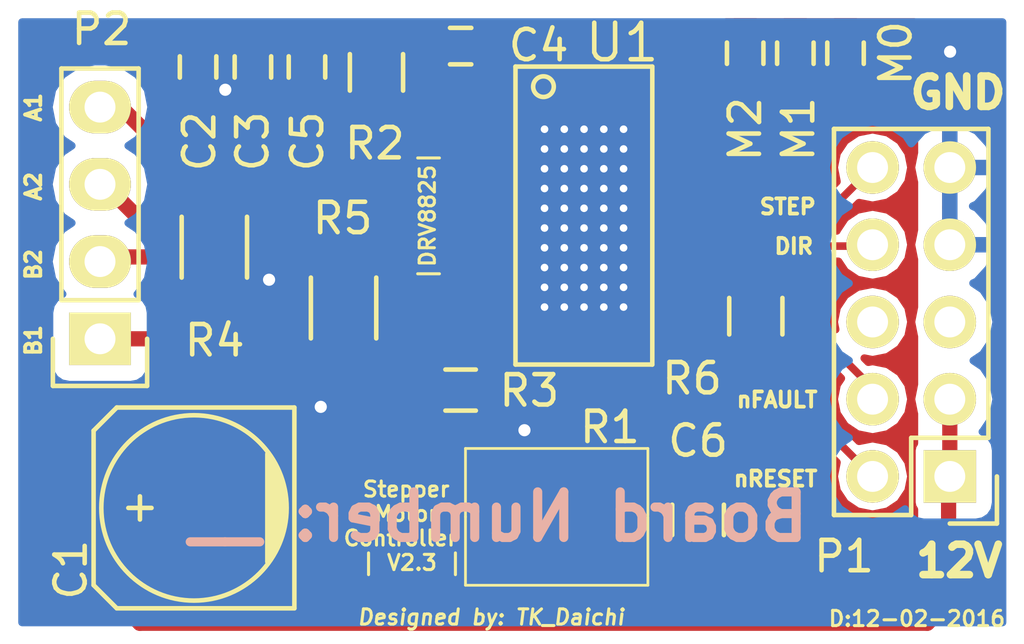
<source format=kicad_pcb>
(kicad_pcb (version 4) (host pcbnew 4.0.1-stable)

  (general
    (links 47)
    (no_connects 1)
    (area 102.285 105.7328 136.100001 127.246429)
    (thickness 1.6)
    (drawings 19)
    (tracks 219)
    (zones 0)
    (modules 18)
    (nets 27)
  )

  (page A4)
  (layers
    (0 F.Cu signal)
    (31 B.Cu signal)
    (32 B.Adhes user)
    (33 F.Adhes user)
    (34 B.Paste user)
    (35 F.Paste user)
    (36 B.SilkS user)
    (37 F.SilkS user)
    (38 B.Mask user)
    (39 F.Mask user)
    (40 Dwgs.User user)
    (41 Cmts.User user)
    (42 Eco1.User user)
    (43 Eco2.User user)
    (44 Edge.Cuts user)
    (45 Margin user)
    (46 B.CrtYd user)
    (47 F.CrtYd user)
    (48 B.Fab user)
    (49 F.Fab user hide)
  )

  (setup
    (last_trace_width 0.25)
    (trace_clearance 0.2)
    (zone_clearance 0.25)
    (zone_45_only no)
    (trace_min 0.1)
    (segment_width 0.2)
    (edge_width 0.15)
    (via_size 0.6)
    (via_drill 0.4)
    (via_min_size 0.4)
    (via_min_drill 0.3)
    (uvia_size 0.3)
    (uvia_drill 0.1)
    (uvias_allowed no)
    (uvia_min_size 0.2)
    (uvia_min_drill 0.1)
    (pcb_text_width 0.3)
    (pcb_text_size 1.5 1.5)
    (mod_edge_width 0.15)
    (mod_text_size 1 1)
    (mod_text_width 0.15)
    (pad_size 1.524 1.524)
    (pad_drill 0.762)
    (pad_to_mask_clearance 0.2)
    (aux_axis_origin 102.5 106)
    (grid_origin 124.16 113)
    (visible_elements 7FFFF77F)
    (pcbplotparams
      (layerselection 0x010ff_80000001)
      (usegerberextensions false)
      (gerberprecision 5)
      (excludeedgelayer true)
      (linewidth 0.100000)
      (plotframeref false)
      (viasonmask false)
      (mode 1)
      (useauxorigin true)
      (hpglpennumber 1)
      (hpglpenspeed 20)
      (hpglpendiameter 15)
      (hpglpenoverlay 2)
      (psnegative false)
      (psa4output false)
      (plotreference true)
      (plotvalue true)
      (plotinvisibletext false)
      (padsonsilk false)
      (subtractmaskfromsilk false)
      (outputformat 1)
      (mirror false)
      (drillshape 0)
      (scaleselection 1)
      (outputdirectory C:/Users/thall/Downloads/DRV8825/Manufacturing))
  )

  (net 0 "")
  (net 1 +12V)
  (net 2 GND)
  (net 3 "Net-(C4-Pad1)")
  (net 4 "Net-(C4-Pad2)")
  (net 5 "Net-(C5-Pad1)")
  (net 6 "Net-(JP1-Pad1)")
  (net 7 "Net-(JP2-Pad1)")
  (net 8 "Net-(JP3-Pad1)")
  (net 9 STEP)
  (net 10 DIR)
  (net 11 nRESET)
  (net 12 "Net-(P2-Pad1)")
  (net 13 "Net-(P2-Pad2)")
  (net 14 "Net-(P2-Pad3)")
  (net 15 "Net-(P2-Pad4)")
  (net 16 "Net-(R4-Pad1)")
  (net 17 "Net-(R5-Pad1)")
  (net 18 nFAULT)
  (net 19 "Net-(U1-Pad23)")
  (net 20 "Net-(U1-Pad19)")
  (net 21 +3V3)
  (net 22 "Net-(U1-Pad27)")
  (net 23 "Net-(U1-Pad21)")
  (net 24 "Net-(R1-Pad2)")
  (net 25 "Net-(P1-Pad5)")
  (net 26 "Net-(P1-Pad6)")

  (net_class Default "This is the default net class."
    (clearance 0.2)
    (trace_width 0.25)
    (via_dia 0.6)
    (via_drill 0.4)
    (uvia_dia 0.3)
    (uvia_drill 0.1)
    (add_net DIR)
    (add_net "Net-(C4-Pad1)")
    (add_net "Net-(C4-Pad2)")
    (add_net "Net-(C5-Pad1)")
    (add_net "Net-(JP1-Pad1)")
    (add_net "Net-(JP2-Pad1)")
    (add_net "Net-(JP3-Pad1)")
    (add_net "Net-(P1-Pad5)")
    (add_net "Net-(P1-Pad6)")
    (add_net "Net-(R1-Pad2)")
    (add_net "Net-(R4-Pad1)")
    (add_net "Net-(R5-Pad1)")
    (add_net "Net-(U1-Pad19)")
    (add_net "Net-(U1-Pad21)")
    (add_net "Net-(U1-Pad23)")
    (add_net "Net-(U1-Pad27)")
    (add_net STEP)
    (add_net nFAULT)
    (add_net nRESET)
  )

  (net_class "POWER RAIL" ""
    (clearance 0.2)
    (trace_width 0.5)
    (via_dia 0.6)
    (via_drill 0.4)
    (uvia_dia 0.3)
    (uvia_drill 0.1)
    (add_net +12V)
    (add_net +3V3)
    (add_net GND)
  )

  (net_class "STEPPER RAIL" ""
    (clearance 0.2)
    (trace_width 0.5)
    (via_dia 0.6)
    (via_drill 0.4)
    (uvia_dia 0.3)
    (uvia_drill 0.1)
    (add_net "Net-(P2-Pad1)")
    (add_net "Net-(P2-Pad2)")
    (add_net "Net-(P2-Pad3)")
    (add_net "Net-(P2-Pad4)")
  )

  (module DRV8825:DRV-8825_FOOTPRINT (layer F.Cu) (tedit 56BD43A9) (tstamp 567BB2D2)
    (at 121.615 112.51 270)
    (path /567BF93E)
    (solder_mask_margin 0.11)
    (fp_text reference U1 (at -5.21 -1.245 360) (layer F.SilkS)
      (effects (font (size 1.2 1.2) (thickness 0.15)))
    )
    (fp_text value DRV8825 (at -5.39 0.17 360) (layer F.Fab)
      (effects (font (size 1.2 1.2) (thickness 0.15)))
    )
    (fp_circle (center -3.76 1.34) (end -3.52 1.1) (layer F.SilkS) (width 0.15))
    (fp_line (start -4.42 -2.24) (end -4.42 2.26) (layer F.SilkS) (width 0.15))
    (fp_line (start -4.42 2.26) (end 5.38 2.26) (layer F.SilkS) (width 0.15))
    (fp_line (start 5.38 2.26) (end 5.38 -2.24) (layer F.SilkS) (width 0.15))
    (fp_line (start 5.38 -2.24) (end -4.42 -2.24) (layer F.SilkS) (width 0.15))
    (pad 28 smd rect (at -3.715 -3.29 270) (size 0.3 1.55) (layers F.Cu F.Paste F.Mask)
      (net 2 GND))
    (pad 1 smd rect (at -3.715 3.31 270) (size 0.3 1.55) (layers F.Cu F.Paste F.Mask)
      (net 4 "Net-(C4-Pad2)"))
    (pad 27 smd rect (at -3.065 -3.29 270) (size 0.3 1.55) (layers F.Cu F.Paste F.Mask)
      (net 22 "Net-(U1-Pad27)") (solder_paste_margin -10))
    (pad 2 smd rect (at -3.065 3.31 270) (size 0.3 1.55) (layers F.Cu F.Paste F.Mask)
      (net 3 "Net-(C4-Pad1)"))
    (pad 26 smd rect (at -2.415 -3.29 270) (size 0.3 1.55) (layers F.Cu F.Paste F.Mask)
      (net 6 "Net-(JP1-Pad1)"))
    (pad 3 smd rect (at -2.415 3.31 270) (size 0.3 1.55) (layers F.Cu F.Paste F.Mask)
      (net 5 "Net-(C5-Pad1)"))
    (pad 25 smd rect (at -1.765 -3.29 270) (size 0.3 1.55) (layers F.Cu F.Paste F.Mask)
      (net 7 "Net-(JP2-Pad1)"))
    (pad 4 smd rect (at -1.765 3.31 270) (size 0.3 1.55) (layers F.Cu F.Paste F.Mask)
      (net 1 +12V) (clearance 1))
    (pad 24 smd rect (at -1.115 -3.29 270) (size 0.3 1.55) (layers F.Cu F.Paste F.Mask)
      (net 8 "Net-(JP3-Pad1)"))
    (pad 5 smd rect (at -1.115 3.31 270) (size 0.3 1.55) (layers F.Cu F.Paste F.Mask)
      (net 15 "Net-(P2-Pad4)"))
    (pad 23 smd rect (at -0.465 -3.29 270) (size 0.3 1.55) (layers F.Cu F.Paste F.Mask)
      (net 19 "Net-(U1-Pad23)"))
    (pad 6 smd rect (at -0.465 3.31 270) (size 0.3 1.55) (layers F.Cu F.Paste F.Mask)
      (net 16 "Net-(R4-Pad1)"))
    (pad 22 smd rect (at 0.185 -3.29 270) (size 0.3 1.55) (layers F.Cu F.Paste F.Mask)
      (net 9 STEP))
    (pad 7 smd rect (at 0.185 3.31 270) (size 0.3 1.55) (layers F.Cu F.Paste F.Mask)
      (net 14 "Net-(P2-Pad3)"))
    (pad 21 smd rect (at 0.835 -3.29 270) (size 0.3 1.55) (layers F.Cu F.Paste F.Mask)
      (net 23 "Net-(U1-Pad21)"))
    (pad 8 smd rect (at 0.835 3.31 270) (size 0.3 1.55) (layers F.Cu F.Paste F.Mask)
      (net 13 "Net-(P2-Pad2)"))
    (pad 20 smd rect (at 1.485 -3.29 270) (size 0.3 1.55) (layers F.Cu F.Paste F.Mask)
      (net 10 DIR))
    (pad 9 smd rect (at 1.485 3.31 270) (size 0.3 1.55) (layers F.Cu F.Paste F.Mask)
      (net 17 "Net-(R5-Pad1)"))
    (pad 19 smd rect (at 2.135 -3.29 270) (size 0.3 1.55) (layers F.Cu F.Paste F.Mask)
      (net 20 "Net-(U1-Pad19)"))
    (pad 10 smd rect (at 2.135 3.31 270) (size 0.3 1.55) (layers F.Cu F.Paste F.Mask)
      (net 12 "Net-(P2-Pad1)"))
    (pad 18 smd rect (at 2.785 -3.29 270) (size 0.3 1.55) (layers F.Cu F.Paste F.Mask)
      (net 18 nFAULT))
    (pad 11 smd rect (at 2.785 3.31 270) (size 0.3 1.55) (layers F.Cu F.Paste F.Mask)
      (net 1 +12V))
    (pad 17 smd rect (at 3.435 -3.29 270) (size 0.3 1.55) (layers F.Cu F.Paste F.Mask)
      (net 11 nRESET))
    (pad 12 smd rect (at 3.435 3.31 270) (size 0.3 1.55) (layers F.Cu F.Paste F.Mask)
      (net 24 "Net-(R1-Pad2)"))
    (pad 16 smd rect (at 4.085 -3.29 270) (size 0.3 1.55) (layers F.Cu F.Paste F.Mask)
      (net 11 nRESET))
    (pad 13 smd rect (at 4.085 3.31 270) (size 0.3 1.55) (layers F.Cu F.Paste F.Mask)
      (net 24 "Net-(R1-Pad2)"))
    (pad 15 smd rect (at 4.735 -3.29 270) (size 0.3 1.55) (layers F.Cu F.Paste F.Mask)
      (net 21 +3V3))
    (pad 14 smd rect (at 4.735 3.31 270) (size 0.3 1.55) (layers F.Cu F.Paste F.Mask)
      (net 2 GND))
  )

  (module Pin_Headers:Pin_Header_Straight_2x05 (layer F.Cu) (tedit 56BD4379) (tstamp 56BB0957)
    (at 133.64 121.57 180)
    (descr "Through hole pin header")
    (tags "pin header")
    (path /56ADE9BF)
    (fp_text reference P1 (at 3.48 -2.63 180) (layer F.SilkS)
      (effects (font (size 1 1) (thickness 0.15)))
    )
    (fp_text value CONN_01X10 (at 6.43 5.72 270) (layer F.Fab)
      (effects (font (size 1 1) (thickness 0.15)))
    )
    (fp_line (start -1.75 -1.75) (end -1.75 11.95) (layer F.CrtYd) (width 0.05))
    (fp_line (start 4.3 -1.75) (end 4.3 11.95) (layer F.CrtYd) (width 0.05))
    (fp_line (start -1.75 -1.75) (end 4.3 -1.75) (layer F.CrtYd) (width 0.05))
    (fp_line (start -1.75 11.95) (end 4.3 11.95) (layer F.CrtYd) (width 0.05))
    (fp_line (start 3.81 -1.27) (end 3.81 11.43) (layer F.SilkS) (width 0.15))
    (fp_line (start 3.81 11.43) (end -1.27 11.43) (layer F.SilkS) (width 0.15))
    (fp_line (start -1.27 11.43) (end -1.27 1.27) (layer F.SilkS) (width 0.15))
    (fp_line (start 3.81 -1.27) (end 1.27 -1.27) (layer F.SilkS) (width 0.15))
    (fp_line (start 0 -1.55) (end -1.55 -1.55) (layer F.SilkS) (width 0.15))
    (fp_line (start 1.27 -1.27) (end 1.27 1.27) (layer F.SilkS) (width 0.15))
    (fp_line (start 1.27 1.27) (end -1.27 1.27) (layer F.SilkS) (width 0.15))
    (fp_line (start -1.55 -1.55) (end -1.55 0) (layer F.SilkS) (width 0.15))
    (pad 1 thru_hole rect (at 0 0 180) (size 1.7272 1.7272) (drill 1.016) (layers *.Cu *.Mask F.SilkS)
      (net 1 +12V))
    (pad 2 thru_hole oval (at 2.54 0 180) (size 1.7272 1.7272) (drill 1.016) (layers *.Cu *.Mask F.SilkS)
      (net 11 nRESET))
    (pad 3 thru_hole oval (at 0 2.54 180) (size 1.7272 1.7272) (drill 1.016) (layers *.Cu *.Mask F.SilkS)
      (net 1 +12V))
    (pad 4 thru_hole oval (at 2.54 2.54 180) (size 1.7272 1.7272) (drill 1.016) (layers *.Cu *.Mask F.SilkS)
      (net 18 nFAULT))
    (pad 5 thru_hole oval (at 0 5.08 180) (size 1.7272 1.7272) (drill 1.016) (layers *.Cu *.Mask F.SilkS)
      (net 25 "Net-(P1-Pad5)"))
    (pad 6 thru_hole oval (at 2.54 5.08 180) (size 1.7272 1.7272) (drill 1.016) (layers *.Cu *.Mask F.SilkS)
      (net 26 "Net-(P1-Pad6)"))
    (pad 7 thru_hole oval (at 0 7.62 180) (size 1.7272 1.7272) (drill 1.016) (layers *.Cu *.Mask F.SilkS)
      (net 2 GND))
    (pad 8 thru_hole oval (at 2.54 7.62 180) (size 1.7272 1.7272) (drill 1.016) (layers *.Cu *.Mask F.SilkS)
      (net 10 DIR))
    (pad 9 thru_hole oval (at 0 10.16 180) (size 1.7272 1.7272) (drill 1.016) (layers *.Cu *.Mask F.SilkS)
      (net 2 GND))
    (pad 10 thru_hole oval (at 2.54 10.16 180) (size 1.7272 1.7272) (drill 1.016) (layers *.Cu *.Mask F.SilkS)
      (net 9 STEP))
    (model Pin_Headers.3dshapes/Pin_Header_Straight_2x05.wrl
      (at (xyz 0.05 -0.2 0))
      (scale (xyz 1 1 1))
      (rotate (xyz 0 0 90))
    )
  )

  (module Capacitors_SMD:C_0603 (layer F.Cu) (tedit 56BD436E) (tstamp 56ADB342)
    (at 126.91 107.65 90)
    (descr "Capacitor SMD 0603, reflow soldering, AVX (see smccp.pdf)")
    (tags "capacitor 0603")
    (path /567BF955)
    (attr smd)
    (fp_text reference M2 (at -2.5 0 90) (layer F.SilkS)
      (effects (font (size 1 1) (thickness 0.15)))
    )
    (fp_text value Jumper_NO_Small (at -17.4 -2.5 180) (layer F.Fab)
      (effects (font (size 1 1) (thickness 0.15)))
    )
    (fp_line (start -1.45 -0.75) (end 1.45 -0.75) (layer F.CrtYd) (width 0.05))
    (fp_line (start -1.45 0.75) (end 1.45 0.75) (layer F.CrtYd) (width 0.05))
    (fp_line (start -1.45 -0.75) (end -1.45 0.75) (layer F.CrtYd) (width 0.05))
    (fp_line (start 1.45 -0.75) (end 1.45 0.75) (layer F.CrtYd) (width 0.05))
    (fp_line (start -0.35 -0.6) (end 0.35 -0.6) (layer F.SilkS) (width 0.15))
    (fp_line (start 0.35 0.6) (end -0.35 0.6) (layer F.SilkS) (width 0.15))
    (pad 1 smd rect (at -0.75 0 90) (size 0.8 0.75) (layers F.Cu F.Paste F.Mask)
      (net 6 "Net-(JP1-Pad1)"))
    (pad 2 smd rect (at 0.75 0 90) (size 0.8 0.75) (layers F.Cu F.Paste F.Mask)
      (net 21 +3V3))
    (model Capacitors_SMD.3dshapes/C_0603.wrl
      (at (xyz 0 0 0))
      (scale (xyz 1 1 1))
      (rotate (xyz 0 0 0))
    )
  )

  (module Resistors_SMD:R_0805 (layer F.Cu) (tedit 56BD436B) (tstamp 56ADB638)
    (at 127.26 116.3 90)
    (descr "Resistor SMD 0805, reflow soldering, Vishay (see dcrcw.pdf)")
    (tags "resistor 0805")
    (path /567BF957)
    (attr smd)
    (fp_text reference R6 (at -2.05 -2.1 360) (layer F.SilkS)
      (effects (font (size 1 1) (thickness 0.15)))
    )
    (fp_text value 10K (at 0 2.1 90) (layer F.Fab)
      (effects (font (size 1 1) (thickness 0.15)))
    )
    (fp_line (start -1.6 -1) (end 1.6 -1) (layer F.CrtYd) (width 0.05))
    (fp_line (start -1.6 1) (end 1.6 1) (layer F.CrtYd) (width 0.05))
    (fp_line (start -1.6 -1) (end -1.6 1) (layer F.CrtYd) (width 0.05))
    (fp_line (start 1.6 -1) (end 1.6 1) (layer F.CrtYd) (width 0.05))
    (fp_line (start 0.6 0.875) (end -0.6 0.875) (layer F.SilkS) (width 0.15))
    (fp_line (start -0.6 -0.875) (end 0.6 -0.875) (layer F.SilkS) (width 0.15))
    (pad 1 smd rect (at -0.95 0 90) (size 0.7 1.3) (layers F.Cu F.Paste F.Mask)
      (net 21 +3V3))
    (pad 2 smd rect (at 0.95 0 90) (size 0.7 1.3) (layers F.Cu F.Paste F.Mask)
      (net 18 nFAULT))
    (model Resistors_SMD.3dshapes/R_0805.wrl
      (at (xyz 0 0 0))
      (scale (xyz 1 1 1))
      (rotate (xyz 0 0 0))
    )
  )

  (module Capacitors_SMD:C_0603 (layer F.Cu) (tedit 56BD4362) (tstamp 56ADB34E)
    (at 130.21 107.65 90)
    (descr "Capacitor SMD 0603, reflow soldering, AVX (see smccp.pdf)")
    (tags "capacitor 0603")
    (path /567BF953)
    (attr smd)
    (fp_text reference M0 (at 0 1.65 270) (layer F.SilkS)
      (effects (font (size 1 1) (thickness 0.15)))
    )
    (fp_text value Jumper_NO_Small (at -8.7 2.05 90) (layer F.Fab)
      (effects (font (size 1 1) (thickness 0.15)))
    )
    (fp_line (start -1.45 -0.75) (end 1.45 -0.75) (layer F.CrtYd) (width 0.05))
    (fp_line (start -1.45 0.75) (end 1.45 0.75) (layer F.CrtYd) (width 0.05))
    (fp_line (start -1.45 -0.75) (end -1.45 0.75) (layer F.CrtYd) (width 0.05))
    (fp_line (start 1.45 -0.75) (end 1.45 0.75) (layer F.CrtYd) (width 0.05))
    (fp_line (start -0.35 -0.6) (end 0.35 -0.6) (layer F.SilkS) (width 0.15))
    (fp_line (start 0.35 0.6) (end -0.35 0.6) (layer F.SilkS) (width 0.15))
    (pad 1 smd rect (at -0.75 0 90) (size 0.8 0.75) (layers F.Cu F.Paste F.Mask)
      (net 8 "Net-(JP3-Pad1)"))
    (pad 2 smd rect (at 0.75 0 90) (size 0.8 0.75) (layers F.Cu F.Paste F.Mask)
      (net 21 +3V3))
    (model Capacitors_SMD.3dshapes/C_0603.wrl
      (at (xyz 0 0 0))
      (scale (xyz 1 1 1))
      (rotate (xyz 0 0 0))
    )
  )

  (module Capacitors_SMD:C_0603 (layer F.Cu) (tedit 56BD4360) (tstamp 56ADB348)
    (at 128.56 107.65 90)
    (descr "Capacitor SMD 0603, reflow soldering, AVX (see smccp.pdf)")
    (tags "capacitor 0603")
    (path /567BF954)
    (attr smd)
    (fp_text reference M1 (at -2.5 0.1 90) (layer F.SilkS)
      (effects (font (size 1 1) (thickness 0.15)))
    )
    (fp_text value Jumper_NO_Small (at -5.2 0.05 90) (layer F.Fab)
      (effects (font (size 1 1) (thickness 0.15)))
    )
    (fp_line (start -1.45 -0.75) (end 1.45 -0.75) (layer F.CrtYd) (width 0.05))
    (fp_line (start -1.45 0.75) (end 1.45 0.75) (layer F.CrtYd) (width 0.05))
    (fp_line (start -1.45 -0.75) (end -1.45 0.75) (layer F.CrtYd) (width 0.05))
    (fp_line (start 1.45 -0.75) (end 1.45 0.75) (layer F.CrtYd) (width 0.05))
    (fp_line (start -0.35 -0.6) (end 0.35 -0.6) (layer F.SilkS) (width 0.15))
    (fp_line (start 0.35 0.6) (end -0.35 0.6) (layer F.SilkS) (width 0.15))
    (pad 1 smd rect (at -0.75 0 90) (size 0.8 0.75) (layers F.Cu F.Paste F.Mask)
      (net 7 "Net-(JP2-Pad1)"))
    (pad 2 smd rect (at 0.75 0 90) (size 0.8 0.75) (layers F.Cu F.Paste F.Mask)
      (net 21 +3V3))
    (model Capacitors_SMD.3dshapes/C_0603.wrl
      (at (xyz 0 0 0))
      (scale (xyz 1 1 1))
      (rotate (xyz 0 0 0))
    )
  )

  (module Capacitors_SMD:C_0603 (layer F.Cu) (tedit 5415D631) (tstamp 567BB24D)
    (at 117.5512 107.4166)
    (descr "Capacitor SMD 0603, reflow soldering, AVX (see smccp.pdf)")
    (tags "capacitor 0603")
    (path /567BF93F)
    (attr smd)
    (fp_text reference C4 (at 2.5654 -0.0254 180) (layer F.SilkS)
      (effects (font (size 1 1) (thickness 0.15)))
    )
    (fp_text value 0.01uF (at 0 1.9) (layer F.Fab)
      (effects (font (size 1 1) (thickness 0.15)))
    )
    (fp_line (start -1.45 -0.75) (end 1.45 -0.75) (layer F.CrtYd) (width 0.05))
    (fp_line (start -1.45 0.75) (end 1.45 0.75) (layer F.CrtYd) (width 0.05))
    (fp_line (start -1.45 -0.75) (end -1.45 0.75) (layer F.CrtYd) (width 0.05))
    (fp_line (start 1.45 -0.75) (end 1.45 0.75) (layer F.CrtYd) (width 0.05))
    (fp_line (start -0.35 -0.6) (end 0.35 -0.6) (layer F.SilkS) (width 0.15))
    (fp_line (start 0.35 0.6) (end -0.35 0.6) (layer F.SilkS) (width 0.15))
    (pad 1 smd rect (at -0.75 0) (size 0.8 0.75) (layers F.Cu F.Paste F.Mask)
      (net 3 "Net-(C4-Pad1)"))
    (pad 2 smd rect (at 0.75 0) (size 0.8 0.75) (layers F.Cu F.Paste F.Mask)
      (net 4 "Net-(C4-Pad2)"))
    (model Capacitors_SMD.3dshapes/C_0603.wrl
      (at (xyz 0 0 0))
      (scale (xyz 1 1 1))
      (rotate (xyz 0 0 0))
    )
  )

  (module Capacitors_SMD:C_0603 (layer F.Cu) (tedit 56BD43B8) (tstamp 567BB241)
    (at 108.9152 108.1024 270)
    (descr "Capacitor SMD 0603, reflow soldering, AVX (see smccp.pdf)")
    (tags "capacitor 0603")
    (path /567BF94C)
    (attr smd)
    (fp_text reference C2 (at 2.4476 -0.0448 270) (layer F.SilkS)
      (effects (font (size 1 1) (thickness 0.15)))
    )
    (fp_text value 0.1uF (at 0 1.9 270) (layer F.Fab)
      (effects (font (size 1 1) (thickness 0.15)))
    )
    (fp_line (start -1.45 -0.75) (end 1.45 -0.75) (layer F.CrtYd) (width 0.05))
    (fp_line (start -1.45 0.75) (end 1.45 0.75) (layer F.CrtYd) (width 0.05))
    (fp_line (start -1.45 -0.75) (end -1.45 0.75) (layer F.CrtYd) (width 0.05))
    (fp_line (start 1.45 -0.75) (end 1.45 0.75) (layer F.CrtYd) (width 0.05))
    (fp_line (start -0.35 -0.6) (end 0.35 -0.6) (layer F.SilkS) (width 0.15))
    (fp_line (start 0.35 0.6) (end -0.35 0.6) (layer F.SilkS) (width 0.15))
    (pad 1 smd rect (at -0.75 0 270) (size 0.8 0.75) (layers F.Cu F.Paste F.Mask)
      (net 1 +12V))
    (pad 2 smd rect (at 0.75 0 270) (size 0.8 0.75) (layers F.Cu F.Paste F.Mask)
      (net 2 GND))
    (model Capacitors_SMD.3dshapes/C_0603.wrl
      (at (xyz 0 0 0))
      (scale (xyz 1 1 1))
      (rotate (xyz 0 0 0))
    )
  )

  (module Capacitors_SMD:C_0603 (layer F.Cu) (tedit 56BD43B4) (tstamp 567BB247)
    (at 110.7186 108.1024 270)
    (descr "Capacitor SMD 0603, reflow soldering, AVX (see smccp.pdf)")
    (tags "capacitor 0603")
    (path /567BF94B)
    (attr smd)
    (fp_text reference C3 (at 2.4476 0.0086 450) (layer F.SilkS)
      (effects (font (size 1 1) (thickness 0.15)))
    )
    (fp_text value 0.1uF (at 0 1.9 270) (layer F.Fab)
      (effects (font (size 1 1) (thickness 0.15)))
    )
    (fp_line (start -1.45 -0.75) (end 1.45 -0.75) (layer F.CrtYd) (width 0.05))
    (fp_line (start -1.45 0.75) (end 1.45 0.75) (layer F.CrtYd) (width 0.05))
    (fp_line (start -1.45 -0.75) (end -1.45 0.75) (layer F.CrtYd) (width 0.05))
    (fp_line (start 1.45 -0.75) (end 1.45 0.75) (layer F.CrtYd) (width 0.05))
    (fp_line (start -0.35 -0.6) (end 0.35 -0.6) (layer F.SilkS) (width 0.15))
    (fp_line (start 0.35 0.6) (end -0.35 0.6) (layer F.SilkS) (width 0.15))
    (pad 1 smd rect (at -0.75 0 270) (size 0.8 0.75) (layers F.Cu F.Paste F.Mask)
      (net 1 +12V))
    (pad 2 smd rect (at 0.75 0 270) (size 0.8 0.75) (layers F.Cu F.Paste F.Mask)
      (net 2 GND))
    (model Capacitors_SMD.3dshapes/C_0603.wrl
      (at (xyz 0 0 0))
      (scale (xyz 1 1 1))
      (rotate (xyz 0 0 0))
    )
  )

  (module Resistors_SMD:R_0805 (layer F.Cu) (tedit 56BD43AE) (tstamp 567BB294)
    (at 114.7826 108.2802 90)
    (descr "Resistor SMD 0805, reflow soldering, Vishay (see dcrcw.pdf)")
    (tags "resistor 0805")
    (path /567BF941)
    (attr smd)
    (fp_text reference R2 (at -2.3398 -0.0526 180) (layer F.SilkS)
      (effects (font (size 1 1) (thickness 0.15)))
    )
    (fp_text value 1M (at 0 2.1 90) (layer F.Fab)
      (effects (font (size 1 1) (thickness 0.15)))
    )
    (fp_line (start -1.6 -1) (end 1.6 -1) (layer F.CrtYd) (width 0.05))
    (fp_line (start -1.6 1) (end 1.6 1) (layer F.CrtYd) (width 0.05))
    (fp_line (start -1.6 -1) (end -1.6 1) (layer F.CrtYd) (width 0.05))
    (fp_line (start 1.6 -1) (end 1.6 1) (layer F.CrtYd) (width 0.05))
    (fp_line (start 0.6 0.875) (end -0.6 0.875) (layer F.SilkS) (width 0.15))
    (fp_line (start -0.6 -0.875) (end 0.6 -0.875) (layer F.SilkS) (width 0.15))
    (pad 1 smd rect (at -0.95 0 90) (size 0.7 1.3) (layers F.Cu F.Paste F.Mask)
      (net 5 "Net-(C5-Pad1)"))
    (pad 2 smd rect (at 0.95 0 90) (size 0.7 1.3) (layers F.Cu F.Paste F.Mask)
      (net 1 +12V))
    (model Resistors_SMD.3dshapes/R_0805.wrl
      (at (xyz 0 0 0))
      (scale (xyz 1 1 1))
      (rotate (xyz 0 0 0))
    )
  )

  (module Capacitors_SMD:C_0603 (layer F.Cu) (tedit 56BD43B0) (tstamp 568B3D40)
    (at 112.4966 108.1024 90)
    (descr "Capacitor SMD 0603, reflow soldering, AVX (see smccp.pdf)")
    (tags "capacitor 0603")
    (path /567B9949)
    (attr smd)
    (fp_text reference C5 (at -2.4476 0.0134 90) (layer F.SilkS)
      (effects (font (size 1 1) (thickness 0.15)))
    )
    (fp_text value 0.1uF (at 0 1.9 90) (layer F.Fab)
      (effects (font (size 1 1) (thickness 0.15)))
    )
    (fp_line (start -1.45 -0.75) (end 1.45 -0.75) (layer F.CrtYd) (width 0.05))
    (fp_line (start -1.45 0.75) (end 1.45 0.75) (layer F.CrtYd) (width 0.05))
    (fp_line (start -1.45 -0.75) (end -1.45 0.75) (layer F.CrtYd) (width 0.05))
    (fp_line (start 1.45 -0.75) (end 1.45 0.75) (layer F.CrtYd) (width 0.05))
    (fp_line (start -0.35 -0.6) (end 0.35 -0.6) (layer F.SilkS) (width 0.15))
    (fp_line (start 0.35 0.6) (end -0.35 0.6) (layer F.SilkS) (width 0.15))
    (pad 1 smd rect (at -0.75 0 90) (size 0.8 0.75) (layers F.Cu F.Paste F.Mask)
      (net 5 "Net-(C5-Pad1)"))
    (pad 2 smd rect (at 0.75 0 90) (size 0.8 0.75) (layers F.Cu F.Paste F.Mask)
      (net 1 +12V))
    (model Capacitors_SMD.3dshapes/C_0603.wrl
      (at (xyz 0 0 0))
      (scale (xyz 1 1 1))
      (rotate (xyz 0 0 0))
    )
  )

  (module Pin_Headers:Pin_Header_Straight_1x04 (layer F.Cu) (tedit 0) (tstamp 567BB27E)
    (at 105.6894 117.0432 180)
    (descr "Through hole pin header")
    (tags "pin header")
    (path /567BF946)
    (fp_text reference P2 (at -0.0508 10.1854 180) (layer F.SilkS)
      (effects (font (size 1 1) (thickness 0.15)))
    )
    (fp_text value CONN_01X04 (at 2.2794 3.6432 270) (layer F.Fab)
      (effects (font (size 1 1) (thickness 0.15)))
    )
    (fp_line (start -1.75 -1.75) (end -1.75 9.4) (layer F.CrtYd) (width 0.05))
    (fp_line (start 1.75 -1.75) (end 1.75 9.4) (layer F.CrtYd) (width 0.05))
    (fp_line (start -1.75 -1.75) (end 1.75 -1.75) (layer F.CrtYd) (width 0.05))
    (fp_line (start -1.75 9.4) (end 1.75 9.4) (layer F.CrtYd) (width 0.05))
    (fp_line (start -1.27 1.27) (end -1.27 8.89) (layer F.SilkS) (width 0.15))
    (fp_line (start 1.27 1.27) (end 1.27 8.89) (layer F.SilkS) (width 0.15))
    (fp_line (start 1.55 -1.55) (end 1.55 0) (layer F.SilkS) (width 0.15))
    (fp_line (start -1.27 8.89) (end 1.27 8.89) (layer F.SilkS) (width 0.15))
    (fp_line (start 1.27 1.27) (end -1.27 1.27) (layer F.SilkS) (width 0.15))
    (fp_line (start -1.55 0) (end -1.55 -1.55) (layer F.SilkS) (width 0.15))
    (fp_line (start -1.55 -1.55) (end 1.55 -1.55) (layer F.SilkS) (width 0.15))
    (pad 1 thru_hole rect (at 0 0 180) (size 2.032 1.7272) (drill 1.016) (layers *.Cu *.Mask F.SilkS)
      (net 12 "Net-(P2-Pad1)"))
    (pad 2 thru_hole oval (at 0 2.54 180) (size 2.032 1.7272) (drill 1.016) (layers *.Cu *.Mask F.SilkS)
      (net 13 "Net-(P2-Pad2)"))
    (pad 3 thru_hole oval (at 0 5.08 180) (size 2.032 1.7272) (drill 1.016) (layers *.Cu *.Mask F.SilkS)
      (net 14 "Net-(P2-Pad3)"))
    (pad 4 thru_hole oval (at 0 7.62 180) (size 2.032 1.7272) (drill 1.016) (layers *.Cu *.Mask F.SilkS)
      (net 15 "Net-(P2-Pad4)"))
    (model Pin_Headers.3dshapes/Pin_Header_Straight_1x04.wrl
      (at (xyz 0 -0.15 0))
      (scale (xyz 1 1 1))
      (rotate (xyz 0 0 90))
    )
  )

  (module Capacitors_SMD:c_elec_6.3x7.7 (layer F.Cu) (tedit 56BD4395) (tstamp 567BB23B)
    (at 108.78058 122.6058 180)
    (descr "SMT capacitor, aluminium electrolytic, 6.3x7.7")
    (path /567BF94E)
    (attr smd)
    (fp_text reference C1 (at 4.05058 -2.0342 270) (layer F.SilkS)
      (effects (font (size 1 1) (thickness 0.15)))
    )
    (fp_text value 100uF (at 0 4.318 180) (layer F.Fab)
      (effects (font (size 1 1) (thickness 0.15)))
    )
    (fp_line (start -4.85 -3.55) (end 4.85 -3.55) (layer F.CrtYd) (width 0.05))
    (fp_line (start 4.85 -3.55) (end 4.85 3.55) (layer F.CrtYd) (width 0.05))
    (fp_line (start 4.85 3.55) (end -4.85 3.55) (layer F.CrtYd) (width 0.05))
    (fp_line (start -4.85 3.55) (end -4.85 -3.55) (layer F.CrtYd) (width 0.05))
    (fp_line (start -2.921 -0.762) (end -2.921 0.762) (layer F.SilkS) (width 0.15))
    (fp_line (start -2.794 1.143) (end -2.794 -1.143) (layer F.SilkS) (width 0.15))
    (fp_line (start -2.667 -1.397) (end -2.667 1.397) (layer F.SilkS) (width 0.15))
    (fp_line (start -2.54 1.651) (end -2.54 -1.651) (layer F.SilkS) (width 0.15))
    (fp_line (start -2.413 -1.778) (end -2.413 1.778) (layer F.SilkS) (width 0.15))
    (fp_line (start -3.302 -3.302) (end -3.302 3.302) (layer F.SilkS) (width 0.15))
    (fp_line (start -3.302 3.302) (end 2.54 3.302) (layer F.SilkS) (width 0.15))
    (fp_line (start 2.54 3.302) (end 3.302 2.54) (layer F.SilkS) (width 0.15))
    (fp_line (start 3.302 2.54) (end 3.302 -2.54) (layer F.SilkS) (width 0.15))
    (fp_line (start 3.302 -2.54) (end 2.54 -3.302) (layer F.SilkS) (width 0.15))
    (fp_line (start 2.54 -3.302) (end -3.302 -3.302) (layer F.SilkS) (width 0.15))
    (fp_line (start 2.159 0) (end 1.397 0) (layer F.SilkS) (width 0.15))
    (fp_line (start 1.778 -0.381) (end 1.778 0.381) (layer F.SilkS) (width 0.15))
    (fp_circle (center 0 0) (end -3.048 0) (layer F.SilkS) (width 0.15))
    (pad 1 smd rect (at 2.75082 0 180) (size 3.59918 1.6002) (layers F.Cu F.Paste F.Mask)
      (net 1 +12V))
    (pad 2 smd rect (at -2.75082 0 180) (size 3.59918 1.6002) (layers F.Cu F.Paste F.Mask)
      (net 2 GND))
    (model Capacitors_SMD.3dshapes/c_elec_6.3x7.7.wrl
      (at (xyz 0 0 0))
      (scale (xyz 1 1 1))
      (rotate (xyz 0 0 0))
    )
  )

  (module Resistors_SMD:R_0603 (layer F.Cu) (tedit 56BD43A1) (tstamp 567BB29A)
    (at 117.5502 118.73)
    (descr "Resistor SMD 0603, reflow soldering, Vishay (see dcrcw.pdf)")
    (tags "resistor 0603")
    (path /567BF948)
    (attr smd)
    (fp_text reference R3 (at 2.2598 0.02 180) (layer F.SilkS)
      (effects (font (size 1 1) (thickness 0.15)))
    )
    (fp_text value 30K* (at 0 1.9) (layer F.Fab)
      (effects (font (size 1 1) (thickness 0.15)))
    )
    (fp_line (start -1.3 -0.8) (end 1.3 -0.8) (layer F.CrtYd) (width 0.05))
    (fp_line (start -1.3 0.8) (end 1.3 0.8) (layer F.CrtYd) (width 0.05))
    (fp_line (start -1.3 -0.8) (end -1.3 0.8) (layer F.CrtYd) (width 0.05))
    (fp_line (start 1.3 -0.8) (end 1.3 0.8) (layer F.CrtYd) (width 0.05))
    (fp_line (start 0.5 0.675) (end -0.5 0.675) (layer F.SilkS) (width 0.15))
    (fp_line (start -0.5 -0.675) (end 0.5 -0.675) (layer F.SilkS) (width 0.15))
    (pad 1 smd rect (at -0.75 0) (size 0.5 0.9) (layers F.Cu F.Paste F.Mask)
      (net 24 "Net-(R1-Pad2)"))
    (pad 2 smd rect (at 0.75 0) (size 0.5 0.9) (layers F.Cu F.Paste F.Mask)
      (net 2 GND))
    (model Resistors_SMD.3dshapes/R_0603.wrl
      (at (xyz 0 0 0))
      (scale (xyz 1 1 1))
      (rotate (xyz 0 0 0))
    )
  )

  (module Capacitors_SMD:C_0805 (layer F.Cu) (tedit 56BD4367) (tstamp 56ADB33C)
    (at 125.36 123 90)
    (descr "Capacitor SMD 0805, reflow soldering, AVX (see smccp.pdf)")
    (tags "capacitor 0805")
    (path /56ADC18B)
    (attr smd)
    (fp_text reference C6 (at 2.6 0 360) (layer F.SilkS)
      (effects (font (size 1 1) (thickness 0.15)))
    )
    (fp_text value 0.47uF (at 0 2.1 90) (layer F.Fab)
      (effects (font (size 1 1) (thickness 0.15)))
    )
    (fp_line (start -1.8 -1) (end 1.8 -1) (layer F.CrtYd) (width 0.05))
    (fp_line (start -1.8 1) (end 1.8 1) (layer F.CrtYd) (width 0.05))
    (fp_line (start -1.8 -1) (end -1.8 1) (layer F.CrtYd) (width 0.05))
    (fp_line (start 1.8 -1) (end 1.8 1) (layer F.CrtYd) (width 0.05))
    (fp_line (start 0.5 -0.85) (end -0.5 -0.85) (layer F.SilkS) (width 0.15))
    (fp_line (start -0.5 0.85) (end 0.5 0.85) (layer F.SilkS) (width 0.15))
    (pad 1 smd rect (at -1 0 90) (size 1 1.25) (layers F.Cu F.Paste F.Mask)
      (net 21 +3V3))
    (pad 2 smd rect (at 1 0 90) (size 1 1.25) (layers F.Cu F.Paste F.Mask)
      (net 2 GND))
    (model Capacitors_SMD.3dshapes/C_0805.wrl
      (at (xyz 0 0 0))
      (scale (xyz 1 1 1))
      (rotate (xyz 0 0 0))
    )
  )

  (module DRV8825:Potentiometer (layer F.Cu) (tedit 56BD438E) (tstamp 56ADDDE8)
    (at 122.46 123.9 90)
    (path /56ADE7D2)
    (fp_text reference R1 (at 3.95 0 360) (layer F.SilkS)
      (effects (font (size 1 1) (thickness 0.15)))
    )
    (fp_text value "50K Pot" (at 0 -7 90) (layer F.Fab)
      (effects (font (size 1 1) (thickness 0.15)))
    )
    (fp_line (start -1.25 -4.75) (end -1.25 1.25) (layer F.SilkS) (width 0.09))
    (fp_line (start 1 -4.75) (end 3.25 -4.75) (layer F.SilkS) (width 0.09))
    (fp_line (start 1 -4.75) (end -1.25 -4.75) (layer F.SilkS) (width 0.09))
    (fp_line (start 1.05 1.25) (end 3.25 1.25) (layer F.SilkS) (width 0.09))
    (fp_line (start 1 1.25) (end -1.25 1.25) (layer F.SilkS) (width 0.09))
    (fp_line (start 3.25 -4.75) (end 3.25 1.25) (layer F.SilkS) (width 0.09))
    (pad 1 smd rect (at 0 0 90) (size 1.2 1.2) (layers F.Cu F.Paste F.Mask)
      (net 21 +3V3))
    (pad 3 smd rect (at 2 0 90) (size 1.2 1.2) (layers F.Cu F.Paste F.Mask)
      (net 2 GND))
    (pad 2 smd rect (at 1 -3.25 90) (size 1.6 1.5) (layers F.Cu F.Paste F.Mask)
      (net 24 "Net-(R1-Pad2)"))
  )

  (module Resistors_SMD:R_1206 (layer F.Cu) (tedit 56BD439B) (tstamp 56B70F25)
    (at 109.4502 114.03 270)
    (descr "Resistor SMD 1206, reflow soldering, Vishay (see dcrcw.pdf)")
    (tags "resistor 1206")
    (path /567BF942)
    (attr smd)
    (fp_text reference R4 (at 3.07 -0.0098 360) (layer F.SilkS)
      (effects (font (size 1 1) (thickness 0.15)))
    )
    (fp_text value 100m (at 0 2.3 270) (layer F.Fab)
      (effects (font (size 1 1) (thickness 0.15)))
    )
    (fp_line (start -2.2 -1.2) (end 2.2 -1.2) (layer F.CrtYd) (width 0.05))
    (fp_line (start -2.2 1.2) (end 2.2 1.2) (layer F.CrtYd) (width 0.05))
    (fp_line (start -2.2 -1.2) (end -2.2 1.2) (layer F.CrtYd) (width 0.05))
    (fp_line (start 2.2 -1.2) (end 2.2 1.2) (layer F.CrtYd) (width 0.05))
    (fp_line (start 1 1.075) (end -1 1.075) (layer F.SilkS) (width 0.15))
    (fp_line (start -1 -1.075) (end 1 -1.075) (layer F.SilkS) (width 0.15))
    (pad 1 smd rect (at -1.45 0 270) (size 0.9 1.7) (layers F.Cu F.Paste F.Mask)
      (net 16 "Net-(R4-Pad1)"))
    (pad 2 smd rect (at 1.45 0 270) (size 0.9 1.7) (layers F.Cu F.Paste F.Mask)
      (net 2 GND))
    (model Resistors_SMD.3dshapes/R_1206.wrl
      (at (xyz 0 0 0))
      (scale (xyz 1 1 1))
      (rotate (xyz 0 0 0))
    )
  )

  (module Resistors_SMD:R_1206 (layer F.Cu) (tedit 56BD439E) (tstamp 56B70F2B)
    (at 113.7002 116.03 270)
    (descr "Resistor SMD 1206, reflow soldering, Vishay (see dcrcw.pdf)")
    (tags "resistor 1206")
    (path /567BF943)
    (attr smd)
    (fp_text reference R5 (at -2.95 0.0302 360) (layer F.SilkS)
      (effects (font (size 1 1) (thickness 0.15)))
    )
    (fp_text value 100m (at 0 2.3 270) (layer F.Fab)
      (effects (font (size 1 1) (thickness 0.15)))
    )
    (fp_line (start -2.2 -1.2) (end 2.2 -1.2) (layer F.CrtYd) (width 0.05))
    (fp_line (start -2.2 1.2) (end 2.2 1.2) (layer F.CrtYd) (width 0.05))
    (fp_line (start -2.2 -1.2) (end -2.2 1.2) (layer F.CrtYd) (width 0.05))
    (fp_line (start 2.2 -1.2) (end 2.2 1.2) (layer F.CrtYd) (width 0.05))
    (fp_line (start 1 1.075) (end -1 1.075) (layer F.SilkS) (width 0.15))
    (fp_line (start -1 -1.075) (end 1 -1.075) (layer F.SilkS) (width 0.15))
    (pad 1 smd rect (at -1.45 0 270) (size 0.9 1.7) (layers F.Cu F.Paste F.Mask)
      (net 17 "Net-(R5-Pad1)"))
    (pad 2 smd rect (at 1.45 0 270) (size 0.9 1.7) (layers F.Cu F.Paste F.Mask)
      (net 2 GND))
    (model Resistors_SMD.3dshapes/R_1206.wrl
      (at (xyz 0 0 0))
      (scale (xyz 1 1 1))
      (rotate (xyz 0 0 0))
    )
  )

  (gr_text nRESET (at 127.91 121.65 360) (layer F.SilkS)
    (effects (font (size 0.5 0.5) (thickness 0.125)))
  )
  (gr_text nFAULT (at 127.96 119.05 360) (layer F.SilkS)
    (effects (font (size 0.5 0.5) (thickness 0.125)))
  )
  (gr_text GND (at 133.91 108.95 360) (layer F.SilkS)
    (effects (font (size 1 1) (thickness 0.25)))
  )
  (gr_text 12V (at 133.95 124.35) (layer F.SilkS)
    (effects (font (size 1 1) (thickness 0.25)))
  )
  (gr_line (start 136 106) (end 102.5 106) (layer Margin) (width 0.2))
  (gr_text DIR (at 128.51 114) (layer F.SilkS)
    (effects (font (size 0.5 0.5) (thickness 0.125)))
  )
  (gr_text STEP (at 128.31 112.7) (layer F.SilkS)
    (effects (font (size 0.5 0.5) (thickness 0.125)))
  )
  (gr_text |DRV8825| (at 116.46 113 90) (layer F.SilkS)
    (effects (font (size 0.5 0.5) (thickness 0.1)))
  )
  (gr_text "Board Number: __" (at 118.8 122.9) (layer B.SilkS)
    (effects (font (size 1.5 1.5) (thickness 0.3)) (justify mirror))
  )
  (gr_text B1 (at 103.5 117.1 90) (layer F.SilkS)
    (effects (font (size 0.5 0.5) (thickness 0.125)))
  )
  (gr_text B2 (at 103.5 114.6 90) (layer F.SilkS)
    (effects (font (size 0.5 0.5) (thickness 0.125)))
  )
  (gr_text A2 (at 103.5002 112.03 90) (layer F.SilkS)
    (effects (font (size 0.5 0.5) (thickness 0.125)))
  )
  (gr_text A1 (at 103.5002 109.43 90) (layer F.SilkS)
    (effects (font (size 0.5 0.5) (thickness 0.125)))
  )
  (gr_text D:12-02-2016 (at 132.56 126.25) (layer F.SilkS)
    (effects (font (size 0.5 0.5) (thickness 0.1)))
  )
  (gr_text "Designed by: TK_Daichi" (at 114.11 126.2) (layer F.SilkS)
    (effects (font (size 0.5 0.5) (thickness 0.1) italic) (justify left))
  )
  (gr_line (start 136 127) (end 102.5 127) (layer Margin) (width 0.2))
  (gr_text "Stepper\nMotor\nController \n | V2.3 |\n" (at 115.76 123.2) (layer F.SilkS)
    (effects (font (size 0.5 0.5) (thickness 0.1)))
  )
  (gr_line (start 102.5 127) (end 102.5 106) (layer Margin) (width 0.2))
  (gr_line (start 136 106) (end 136 127) (layer Margin) (width 0.2))

  (segment (start 133.6002 121.6098) (end 133.6002 125.6998) (width 0.5) (layer F.Cu) (net 1))
  (segment (start 132.9 126.4) (end 133.6002 125.6998) (width 0.5) (layer F.Cu) (net 1))
  (segment (start 107 126.4) (end 132.9 126.4) (width 0.5) (layer F.Cu) (net 1))
  (segment (start 106.02976 125.42976) (end 107 126.4) (width 0.5) (layer F.Cu) (net 1))
  (segment (start 106.02976 125.42976) (end 106.02976 122.6058) (width 0.5) (layer F.Cu) (net 1))
  (segment (start 133.6002 121.6098) (end 133.64 121.57) (width 0.5) (layer F.Cu) (net 1) (tstamp 56BD3CCD))
  (segment (start 133.64 121.57) (end 133.64 119.03) (width 0.5) (layer F.Cu) (net 1))
  (segment (start 116.79058 115.30481) (end 118.29519 115.30481) (width 0.5) (layer F.Cu) (net 1))
  (segment (start 118.29519 115.30481) (end 118.305 115.295) (width 0.5) (layer F.Cu) (net 1))
  (segment (start 106.5002 119.23776) (end 103.63976 119.23776) (width 0.5) (layer F.Cu) (net 1))
  (segment (start 106.5002 119.23776) (end 109.76224 119.23776) (width 0.5) (layer F.Cu) (net 1))
  (segment (start 106.02976 119.23776) (end 106.5002 119.23776) (width 0.5) (layer F.Cu) (net 1))
  (segment (start 109.76224 119.23776) (end 112.54999 116.45001) (width 0.5) (layer F.Cu) (net 1))
  (segment (start 112.54999 116.45001) (end 115.29959 116.45001) (width 0.5) (layer F.Cu) (net 1))
  (segment (start 115.29959 116.45001) (end 116.44479 115.30481) (width 0.5) (layer F.Cu) (net 1))
  (segment (start 116.44479 115.30481) (end 116.79058 115.30481) (width 0.5) (layer F.Cu) (net 1))
  (segment (start 116.79058 115.30481) (end 116.80039 115.30481) (width 0.5) (layer F.Cu) (net 1))
  (segment (start 103.632 119.23) (end 103.632 122.232) (width 0.5) (layer F.Cu) (net 1))
  (segment (start 104.0058 122.6058) (end 106.02976 122.6058) (width 0.5) (layer F.Cu) (net 1))
  (segment (start 103.632 122.232) (end 104.0058 122.6058) (width 0.5) (layer F.Cu) (net 1))
  (segment (start 107.9246 107.3524) (end 107.696 107.3524) (width 0.5) (layer F.Cu) (net 1))
  (segment (start 107.696 107.3524) (end 107.696 109.5502) (width 0.5) (layer F.Cu) (net 1))
  (segment (start 114.1212 110.745) (end 114.1222 110.744) (width 0.5) (layer F.Cu) (net 1))
  (segment (start 107.696 109.5502) (end 108.8908 110.745) (width 0.5) (layer F.Cu) (net 1))
  (segment (start 108.8908 110.745) (end 114.1212 110.745) (width 0.5) (layer F.Cu) (net 1))
  (segment (start 114.1222 110.744) (end 118.304 110.744) (width 0.5) (layer F.Cu) (net 1))
  (segment (start 118.304 110.744) (end 118.305 110.745) (width 0.5) (layer F.Cu) (net 1))
  (segment (start 103.63976 119.23776) (end 103.632 119.23) (width 0.5) (layer F.Cu) (net 1))
  (segment (start 103.632 118.8974) (end 103.632 119.23) (width 0.5) (layer F.Cu) (net 1))
  (segment (start 108.9152 107.3524) (end 107.9246 107.3524) (width 0.5) (layer F.Cu) (net 1))
  (segment (start 103.632 107.5436) (end 103.632 118.8974) (width 0.5) (layer F.Cu) (net 1))
  (segment (start 103.8232 107.3524) (end 103.632 107.5436) (width 0.5) (layer F.Cu) (net 1))
  (segment (start 107.9246 107.3524) (end 103.8232 107.3524) (width 0.5) (layer F.Cu) (net 1))
  (segment (start 107.02925 122.6058) (end 106.02976 122.6058) (width 0.5) (layer F.Cu) (net 1))
  (segment (start 110.7186 107.3524) (end 112.4966 107.3524) (width 0.5) (layer F.Cu) (net 1))
  (segment (start 108.9152 107.3524) (end 110.7186 107.3524) (width 0.5) (layer F.Cu) (net 1))
  (segment (start 114.7604 107.3524) (end 114.7826 107.3302) (width 0.5) (layer F.Cu) (net 1))
  (segment (start 112.4966 107.3524) (end 114.7604 107.3524) (width 0.5) (layer F.Cu) (net 1))
  (segment (start 118.3002 118.73) (end 118.33 118.73) (width 0.5) (layer F.Cu) (net 2))
  (segment (start 118.33 118.73) (end 119.65 120.05) (width 0.5) (layer F.Cu) (net 2))
  (via (at 119.65 120.05) (size 0.6) (drill 0.4) (layers F.Cu B.Cu) (net 2))
  (segment (start 121.5 121.9) (end 119.65 120.05) (width 0.5) (layer F.Cu) (net 2))
  (segment (start 122.46 121.9) (end 121.5 121.9) (width 0.5) (layer F.Cu) (net 2))
  (segment (start 108.9152 108.8524) (end 109.81 108.8524) (width 0.5) (layer F.Cu) (net 2))
  (segment (start 110.7186 108.8524) (end 109.81 108.8524) (width 0.5) (layer F.Cu) (net 2))
  (via (at 109.81 108.8524) (size 0.6) (drill 0.4) (layers F.Cu B.Cu) (net 2))
  (segment (start 133.64 109.61) (end 133.64 107.61) (width 0.5) (layer F.Cu) (net 2))
  (segment (start 133.64 107.61) (end 133.65 107.6) (width 0.5) (layer F.Cu) (net 2))
  (via (at 133.65 107.6) (size 0.6) (drill 0.4) (layers F.Cu B.Cu) (net 2))
  (segment (start 122.91 109.39) (end 123.505 108.795) (width 0.5) (layer F.Cu) (net 2))
  (segment (start 123.505 108.795) (end 124.905 108.795) (width 0.5) (layer F.Cu) (net 2))
  (segment (start 122.91 110.15) (end 122.91 109.39) (width 0.5) (layer F.Cu) (net 2))
  (segment (start 118.305 117.245) (end 119.655 117.245) (width 0.5) (layer F.Cu) (net 2))
  (segment (start 119.655 117.245) (end 120.31 116.59) (width 0.5) (layer F.Cu) (net 2))
  (segment (start 120.31 116.59) (end 120.31 116) (width 0.5) (layer F.Cu) (net 2))
  (via (at 120.31 116) (size 0.6) (drill 0.25) (layers F.Cu B.Cu) (net 2) (tstamp 56BDBA77))
  (via (at 120.96 116) (size 0.6) (drill 0.25) (layers F.Cu B.Cu) (net 2) (tstamp 56BDBA76))
  (via (at 121.61 116) (size 0.6) (drill 0.25) (layers F.Cu B.Cu) (net 2) (tstamp 56BDBA75))
  (via (at 122.26 116) (size 0.6) (drill 0.25) (layers F.Cu B.Cu) (net 2) (tstamp 56BDBA74))
  (via (at 122.91 116) (size 0.6) (drill 0.25) (layers F.Cu B.Cu) (net 2) (tstamp 56BDBA73))
  (via (at 120.31 115.35) (size 0.6) (drill 0.25) (layers F.Cu B.Cu) (net 2) (tstamp 56BDBA72))
  (via (at 120.96 115.35) (size 0.6) (drill 0.25) (layers F.Cu B.Cu) (net 2) (tstamp 56BDBA71))
  (via (at 121.61 115.35) (size 0.6) (drill 0.25) (layers F.Cu B.Cu) (net 2) (tstamp 56BDBA70))
  (via (at 122.26 115.35) (size 0.6) (drill 0.25) (layers F.Cu B.Cu) (net 2) (tstamp 56BDBA6F))
  (via (at 122.91 115.35) (size 0.6) (drill 0.25) (layers F.Cu B.Cu) (net 2) (tstamp 56BDBA6E))
  (via (at 120.31 110.8) (size 0.6) (drill 0.25) (layers F.Cu B.Cu) (net 2) (tstamp 56BDB9F3))
  (via (at 122.91 110.15) (size 0.6) (drill 0.25) (layers F.Cu B.Cu) (net 2) (tstamp 56BDBA05))
  (via (at 122.26 110.15) (size 0.6) (drill 0.25) (layers F.Cu B.Cu) (net 2) (tstamp 56BDBA04))
  (via (at 121.61 110.15) (size 0.6) (drill 0.25) (layers F.Cu B.Cu) (net 2) (tstamp 56BDBA03))
  (via (at 120.96 110.15) (size 0.6) (drill 0.25) (layers F.Cu B.Cu) (net 2) (tstamp 56BDBA02))
  (via (at 120.31 110.15) (size 0.6) (drill 0.25) (layers F.Cu B.Cu) (net 2) (tstamp 56BDBA01))
  (via (at 122.91 114.7) (size 0.6) (drill 0.25) (layers F.Cu B.Cu) (net 2) (tstamp 56BDB92C))
  (via (at 122.26 114.7) (size 0.6) (drill 0.25) (layers F.Cu B.Cu) (net 2) (tstamp 56BDB92B))
  (via (at 121.61 114.7) (size 0.6) (drill 0.25) (layers F.Cu B.Cu) (net 2) (tstamp 56BDB92A))
  (via (at 120.96 114.7) (size 0.6) (drill 0.25) (layers F.Cu B.Cu) (net 2) (tstamp 56BDB929))
  (via (at 122.91 114.05) (size 0.6) (drill 0.25) (layers F.Cu B.Cu) (net 2) (tstamp 56BDB8E1))
  (via (at 122.26 114.05) (size 0.6) (drill 0.25) (layers F.Cu B.Cu) (net 2) (tstamp 56BDB8E0))
  (via (at 121.61 114.05) (size 0.6) (drill 0.25) (layers F.Cu B.Cu) (net 2) (tstamp 56BDB8DF))
  (via (at 120.96 114.05) (size 0.6) (drill 0.25) (layers F.Cu B.Cu) (net 2) (tstamp 56BDB8DE))
  (via (at 120.31 114.05) (size 0.6) (drill 0.25) (layers F.Cu B.Cu) (net 2) (tstamp 56BDB8DD))
  (via (at 122.91 113.4) (size 0.6) (drill 0.25) (layers F.Cu B.Cu) (net 2) (tstamp 56BDB8DC))
  (via (at 122.26 113.4) (size 0.6) (drill 0.25) (layers F.Cu B.Cu) (net 2) (tstamp 56BDB8DB))
  (via (at 121.61 113.4) (size 0.6) (drill 0.25) (layers F.Cu B.Cu) (net 2) (tstamp 56BDB8DA))
  (via (at 120.96 113.4) (size 0.6) (drill 0.25) (layers F.Cu B.Cu) (net 2) (tstamp 56BDB8D9))
  (via (at 120.31 113.4) (size 0.6) (drill 0.25) (layers F.Cu B.Cu) (net 2) (tstamp 56BDB8D8))
  (via (at 122.91 112.75) (size 0.6) (drill 0.25) (layers F.Cu B.Cu) (net 2) (tstamp 56BDB8D7))
  (via (at 122.26 112.75) (size 0.6) (drill 0.25) (layers F.Cu B.Cu) (net 2) (tstamp 56BDB8D6))
  (via (at 121.61 112.75) (size 0.6) (drill 0.25) (layers F.Cu B.Cu) (net 2) (tstamp 56BDB8D5))
  (via (at 120.96 112.75) (size 0.6) (drill 0.25) (layers F.Cu B.Cu) (net 2) (tstamp 56BDB8D4))
  (via (at 120.31 112.75) (size 0.6) (drill 0.25) (layers F.Cu B.Cu) (net 2) (tstamp 56BDB8D3))
  (via (at 122.91 112.1) (size 0.6) (drill 0.25) (layers F.Cu B.Cu) (net 2) (tstamp 56BDB8D2))
  (via (at 122.26 112.1) (size 0.6) (drill 0.25) (layers F.Cu B.Cu) (net 2) (tstamp 56BDB8D1))
  (via (at 121.61 112.1) (size 0.6) (drill 0.25) (layers F.Cu B.Cu) (net 2) (tstamp 56BDB8D0))
  (via (at 120.96 112.1) (size 0.6) (drill 0.25) (layers F.Cu B.Cu) (net 2) (tstamp 56BDB8CF))
  (via (at 120.31 112.1) (size 0.6) (drill 0.25) (layers F.Cu B.Cu) (net 2) (tstamp 56BDB8CE))
  (via (at 122.91 111.45) (size 0.6) (drill 0.25) (layers F.Cu B.Cu) (net 2) (tstamp 56BDB8CD))
  (via (at 122.26 111.45) (size 0.6) (drill 0.25) (layers F.Cu B.Cu) (net 2) (tstamp 56BDB8CC))
  (via (at 121.61 111.45) (size 0.6) (drill 0.25) (layers F.Cu B.Cu) (net 2) (tstamp 56BDB8CB))
  (via (at 120.96 111.45) (size 0.6) (drill 0.25) (layers F.Cu B.Cu) (net 2) (tstamp 56BDB8CA))
  (via (at 120.31 111.45) (size 0.6) (drill 0.25) (layers F.Cu B.Cu) (net 2) (tstamp 56BDB8C9))
  (via (at 122.91 110.8) (size 0.6) (drill 0.25) (layers F.Cu B.Cu) (net 2) (tstamp 56BDB8C8))
  (via (at 122.26 110.8) (size 0.6) (drill 0.25) (layers F.Cu B.Cu) (net 2) (tstamp 56BDB8C7))
  (via (at 121.61 110.8) (size 0.6) (drill 0.25) (layers F.Cu B.Cu) (net 2) (tstamp 56BDB8C6))
  (via (at 120.96 110.8) (size 0.6) (drill 0.25) (layers F.Cu B.Cu) (net 2) (tstamp 56BDB8C5))
  (via (at 120.31 114.7) (size 0.6) (drill 0.25) (layers F.Cu B.Cu) (net 2))
  (segment (start 133.64 111.41) (end 133.64 109.61) (width 0.5) (layer F.Cu) (net 2))
  (segment (start 133.64 112.7) (end 133.64 111.41) (width 0.5) (layer F.Cu) (net 2))
  (segment (start 133.64 113.95) (end 133.64 112.7) (width 0.5) (layer F.Cu) (net 2))
  (segment (start 125.36 122) (end 122.56 122) (width 0.5) (layer F.Cu) (net 2))
  (segment (start 122.56 122) (end 122.46 121.9) (width 0.5) (layer F.Cu) (net 2))
  (segment (start 133.64 111.41) (end 133.58 111.35) (width 0.5) (layer F.Cu) (net 2) (tstamp 56BD3CE0))
  (segment (start 133.58 108.83) (end 133.59 108.82) (width 0.5) (layer B.Cu) (net 2) (tstamp 56BD3CE3))
  (segment (start 133.59 108.82) (end 133.59 108.81) (width 0.5) (layer B.Cu) (net 2) (tstamp 56BD3CE4))
  (segment (start 118.3002 118.73) (end 118.3002 117.4002) (width 0.5) (layer F.Cu) (net 2))
  (segment (start 118.305 118.7252) (end 118.3002 118.73) (width 0.5) (layer F.Cu) (net 2))
  (segment (start 111.5314 120.7008) (end 112.9502 119.282) (width 0.5) (layer F.Cu) (net 2))
  (segment (start 112.9502 119.282) (end 113.7002 118.532) (width 0.5) (layer F.Cu) (net 2))
  (segment (start 111.25 115.10081) (end 111.25 117.5818) (width 0.5) (layer B.Cu) (net 2))
  (segment (start 111.25 117.5818) (end 112.9502 119.282) (width 0.5) (layer B.Cu) (net 2))
  (via (at 112.9502 119.282) (size 0.6) (drill 0.4) (layers F.Cu B.Cu) (net 2))
  (segment (start 109.4502 115.48) (end 110.87081 115.48) (width 0.5) (layer F.Cu) (net 2))
  (segment (start 110.87081 115.48) (end 111.25 115.10081) (width 0.5) (layer F.Cu) (net 2))
  (via (at 111.25 115.10081) (size 0.6) (drill 0.4) (layers F.Cu B.Cu) (net 2))
  (segment (start 113.7002 118.532) (end 113.7002 117.48) (width 0.5) (layer F.Cu) (net 2))
  (segment (start 111.5314 122.6058) (end 111.5314 120.7008) (width 0.5) (layer F.Cu) (net 2))
  (segment (start 118.305 109.445) (end 117.28 109.445) (width 0.25) (layer F.Cu) (net 3))
  (segment (start 117.28 109.445) (end 116.8012 108.9662) (width 0.25) (layer F.Cu) (net 3))
  (segment (start 116.8012 108.9662) (end 116.8012 108.0416) (width 0.25) (layer F.Cu) (net 3))
  (segment (start 116.8012 108.0416) (end 116.8012 107.4166) (width 0.25) (layer F.Cu) (net 3))
  (segment (start 118.305 108.795) (end 118.305 107.4204) (width 0.25) (layer F.Cu) (net 4))
  (segment (start 118.305 107.4204) (end 118.3012 107.4166) (width 0.25) (layer F.Cu) (net 4))
  (segment (start 113.7302 109.2302) (end 113.3524 108.8524) (width 0.25) (layer F.Cu) (net 5))
  (segment (start 113.3524 108.8524) (end 112.4966 108.8524) (width 0.25) (layer F.Cu) (net 5))
  (segment (start 114.7826 109.2302) (end 113.7302 109.2302) (width 0.25) (layer F.Cu) (net 5))
  (segment (start 118.305 110.095) (end 117.3734 110.095) (width 0.25) (layer F.Cu) (net 5))
  (segment (start 117.3734 110.095) (end 115.9494 110.095) (width 0.25) (layer F.Cu) (net 5))
  (segment (start 115.9474 110.095) (end 117.3734 110.095) (width 0.25) (layer F.Cu) (net 5))
  (segment (start 115.0826 109.2302) (end 115.9474 110.095) (width 0.25) (layer F.Cu) (net 5))
  (segment (start 114.7826 109.2302) (end 115.0826 109.2302) (width 0.25) (layer F.Cu) (net 5))
  (segment (start 124.905 110.095) (end 126.405 110.095) (width 0.25) (layer F.Cu) (net 6))
  (segment (start 126.405 110.095) (end 126.91 109.59) (width 0.25) (layer F.Cu) (net 6))
  (segment (start 126.91 109.59) (end 126.91 108.4) (width 0.25) (layer F.Cu) (net 6))
  (segment (start 127.405 110.745) (end 128.56 109.59) (width 0.25) (layer F.Cu) (net 7))
  (segment (start 128.56 109.59) (end 128.56 108.4) (width 0.25) (layer F.Cu) (net 7))
  (segment (start 127.11 110.745) (end 127.255 110.745) (width 0.25) (layer F.Cu) (net 7))
  (segment (start 124.905 110.745) (end 127.11 110.745) (width 0.25) (layer F.Cu) (net 7))
  (segment (start 127.11 110.745) (end 127.405 110.745) (width 0.25) (layer F.Cu) (net 7))
  (segment (start 124.905 111.395) (end 128.355 111.395) (width 0.25) (layer F.Cu) (net 8))
  (segment (start 128.355 111.395) (end 130.21 109.54) (width 0.25) (layer F.Cu) (net 8))
  (segment (start 130.21 109.54) (end 130.21 108.4) (width 0.25) (layer F.Cu) (net 8))
  (segment (start 129.695 112.695) (end 129.815 112.695) (width 0.25) (layer F.Cu) (net 9))
  (segment (start 129.815 112.695) (end 131.1 111.41) (width 0.25) (layer F.Cu) (net 9) (tstamp 56BD3CDB))
  (segment (start 124.905 112.695) (end 129.695 112.695) (width 0.25) (layer F.Cu) (net 9))
  (segment (start 124.905 113.995) (end 131.055 113.995) (width 0.25) (layer F.Cu) (net 10))
  (segment (start 131.055 113.995) (end 131.1 113.95) (width 0.25) (layer F.Cu) (net 10) (tstamp 56BD3CD8))
  (segment (start 124.9052 113.9952) (end 124.905 113.995) (width 0.25) (layer F.Cu) (net 10))
  (segment (start 126.492 116.332) (end 128.132 116.332) (width 0.25) (layer F.Cu) (net 11))
  (segment (start 128.132 116.332) (end 129.17 117.37) (width 0.25) (layer F.Cu) (net 11) (tstamp 56BD3CC4))
  (segment (start 129.17 117.37) (end 129.17 119.64) (width 0.25) (layer F.Cu) (net 11) (tstamp 56BD3CC5))
  (segment (start 129.17 119.64) (end 131.1 121.57) (width 0.25) (layer F.Cu) (net 11) (tstamp 56BD3CC7))
  (segment (start 126.229 116.595) (end 126.492 116.332) (width 0.25) (layer F.Cu) (net 11))
  (segment (start 126.105 115.945) (end 126.492 116.332) (width 0.25) (layer F.Cu) (net 11))
  (segment (start 124.905 116.595) (end 126.229 116.595) (width 0.25) (layer F.Cu) (net 11))
  (segment (start 124.905 115.945) (end 126.105 115.945) (width 0.25) (layer F.Cu) (net 11))
  (segment (start 105.6894 117.0432) (end 110.4568 117.0432) (width 0.5) (layer F.Cu) (net 12))
  (segment (start 110.4568 117.0432) (end 111.75 115.75) (width 0.5) (layer F.Cu) (net 12))
  (segment (start 111.75 115.75) (end 115.009637 115.75) (width 0.5) (layer F.Cu) (net 12))
  (segment (start 115.009637 115.75) (end 116.154837 114.6048) (width 0.5) (layer F.Cu) (net 12))
  (segment (start 116.154837 114.6048) (end 116.75 114.6048) (width 0.5) (layer F.Cu) (net 12))
  (segment (start 116.1288 114.6048) (end 116.8654 114.6048) (width 0.5) (layer F.Cu) (net 12))
  (segment (start 118.305 114.645) (end 116.9056 114.645) (width 0.3) (layer F.Cu) (net 12))
  (segment (start 116.9056 114.645) (end 116.8654 114.6048) (width 0.3) (layer F.Cu) (net 12))
  (segment (start 105.6894 114.5032) (end 105.8418 114.5032) (width 0.5) (layer F.Cu) (net 13))
  (segment (start 111.327562 114.3508) (end 105.8418 114.3508) (width 0.5) (layer F.Cu) (net 13))
  (segment (start 105.8418 114.3508) (end 105.6894 114.5032) (width 0.5) (layer F.Cu) (net 13))
  (segment (start 116.84 113.39981) (end 112.278552 113.39981) (width 0.5) (layer F.Cu) (net 13))
  (segment (start 118.305 113.345) (end 116.89481 113.345) (width 0.3) (layer F.Cu) (net 13))
  (segment (start 116.89481 113.345) (end 116.84 113.39981) (width 0.3) (layer F.Cu) (net 13))
  (segment (start 112.278552 113.39981) (end 111.327562 114.3508) (width 0.5) (layer F.Cu) (net 13))
  (segment (start 110.98681 113.65079) (end 107.52939 113.65079) (width 0.5) (layer F.Cu) (net 14))
  (segment (start 107.52939 113.65079) (end 105.8418 111.9632) (width 0.5) (layer F.Cu) (net 14))
  (segment (start 105.8418 111.9632) (end 105.6894 111.9632) (width 0.5) (layer F.Cu) (net 14))
  (segment (start 117.23 112.695) (end 117.2252 112.6998) (width 0.3) (layer F.Cu) (net 14))
  (segment (start 118.305 112.695) (end 117.23 112.695) (width 0.3) (layer F.Cu) (net 14))
  (segment (start 117.2252 112.6998) (end 116.84 112.6998) (width 0.3) (layer F.Cu) (net 14))
  (segment (start 116.84 112.6998) (end 111.9378 112.6998) (width 0.5) (layer F.Cu) (net 14))
  (segment (start 111.9378 112.6998) (end 110.98681 113.65079) (width 0.5) (layer F.Cu) (net 14))
  (segment (start 116.60961 111.395) (end 116.5606 111.44401) (width 0.3) (layer F.Cu) (net 15))
  (segment (start 116.5606 111.44401) (end 116.84 111.44401) (width 0.5) (layer F.Cu) (net 15))
  (segment (start 115.83519 111.44401) (end 116.5606 111.44401) (width 0.5) (layer F.Cu) (net 15))
  (segment (start 115.83419 111.44501) (end 115.83519 111.44401) (width 0.5) (layer F.Cu) (net 15))
  (segment (start 108.397647 111.44501) (end 115.83419 111.44501) (width 0.5) (layer F.Cu) (net 15))
  (segment (start 106.375837 109.4232) (end 108.397647 111.44501) (width 0.5) (layer F.Cu) (net 15))
  (segment (start 105.6894 109.4232) (end 106.375837 109.4232) (width 0.5) (layer F.Cu) (net 15))
  (segment (start 105.8418 109.4232) (end 105.6894 109.4232) (width 0.25) (layer F.Cu) (net 15))
  (segment (start 118.305 111.395) (end 116.60961 111.395) (width 0.3) (layer F.Cu) (net 15))
  (segment (start 118.305 112.045) (end 111.5314 112.045) (width 0.25) (layer F.Cu) (net 16))
  (segment (start 111.5314 112.045) (end 110.9964 112.58) (width 0.25) (layer F.Cu) (net 16))
  (segment (start 110.9964 112.58) (end 109.4502 112.58) (width 0.25) (layer F.Cu) (net 16))
  (segment (start 118.305 113.995) (end 115.925414 113.995) (width 0.25) (layer F.Cu) (net 17))
  (segment (start 115.925414 113.995) (end 115.340414 114.58) (width 0.25) (layer F.Cu) (net 17))
  (segment (start 115.340414 114.58) (end 113.7002 114.58) (width 0.25) (layer F.Cu) (net 17))
  (segment (start 124.905 115.295) (end 127.731398 115.295) (width 0.25) (layer F.Cu) (net 18))
  (segment (start 131.1 118.663602) (end 127.833199 115.396801) (width 0.25) (layer F.Cu) (net 18) (tstamp 56BD3CD0))
  (segment (start 127.731398 115.295) (end 127.833199 115.396801) (width 0.25) (layer F.Cu) (net 18) (tstamp 56BD4152))
  (segment (start 127.833199 115.396801) (end 127.816398 115.38) (width 0.25) (layer F.Cu) (net 18) (tstamp 56BD414C))
  (segment (start 131.1 119.03) (end 131.1 118.663602) (width 0.25) (layer F.Cu) (net 18))
  (segment (start 124.9002 117.2498) (end 124.905 117.245) (width 0.25) (layer F.Cu) (net 21))
  (segment (start 124.9502 117.2902) (end 124.905 117.245) (width 0.25) (layer F.Cu) (net 21))
  (segment (start 116.8002 118.73) (end 116.8002 120.4902) (width 0.25) (layer F.Cu) (net 24))
  (segment (start 116.8002 120.4902) (end 119.21 122.9) (width 0.25) (layer F.Cu) (net 24))
  (segment (start 118.305 115.945) (end 117.28 115.945) (width 0.25) (layer F.Cu) (net 24))
  (segment (start 117.28 115.945) (end 116.8002 116.4248) (width 0.25) (layer F.Cu) (net 24))
  (segment (start 116.8002 116.4248) (end 116.8002 117.0748) (width 0.25) (layer F.Cu) (net 24))
  (segment (start 118.305 116.595) (end 117.28 116.595) (width 0.25) (layer F.Cu) (net 24))
  (segment (start 117.28 116.595) (end 116.8002 117.0748) (width 0.25) (layer F.Cu) (net 24))
  (segment (start 116.8002 117.0748) (end 116.8002 118.03) (width 0.25) (layer F.Cu) (net 24))
  (segment (start 116.8002 118.03) (end 116.8002 118.73) (width 0.25) (layer F.Cu) (net 24))
  (segment (start 131.0602 116.63) (end 131.03 116.63) (width 0.25) (layer F.Cu) (net 26))

  (zone (net 2) (net_name GND) (layer B.Cu) (tstamp 0) (hatch edge 0.508)
    (connect_pads (clearance 0.508))
    (min_thickness 0.254)
    (fill yes (arc_segments 16) (thermal_gap 0.508) (thermal_bridge_width 0.508))
    (polygon
      (pts
        (xy 103 106.5) (xy 135.5 106.5) (xy 135.5 126.5) (xy 103 126.5)
      )
    )
    (filled_polygon
      (pts
        (xy 135.373 126.373) (xy 103.127 126.373) (xy 103.127 109.4232) (xy 104.006055 109.4232) (xy 104.120129 109.996689)
        (xy 104.444985 110.48287) (xy 104.759766 110.6932) (xy 104.444985 110.90353) (xy 104.120129 111.389711) (xy 104.006055 111.9632)
        (xy 104.120129 112.536689) (xy 104.444985 113.02287) (xy 104.759766 113.2332) (xy 104.444985 113.44353) (xy 104.120129 113.929711)
        (xy 104.006055 114.5032) (xy 104.120129 115.076689) (xy 104.444985 115.56287) (xy 104.459313 115.572443) (xy 104.438083 115.576438)
        (xy 104.221959 115.71551) (xy 104.076969 115.92771) (xy 104.02596 116.1796) (xy 104.02596 117.9068) (xy 104.070238 118.142117)
        (xy 104.20931 118.358241) (xy 104.42151 118.503231) (xy 104.6734 118.55424) (xy 106.7054 118.55424) (xy 106.940717 118.509962)
        (xy 107.156841 118.37089) (xy 107.301831 118.15869) (xy 107.35284 117.9068) (xy 107.35284 116.1796) (xy 107.308562 115.944283)
        (xy 107.16949 115.728159) (xy 106.95729 115.583169) (xy 106.915961 115.5748) (xy 106.933815 115.56287) (xy 107.258671 115.076689)
        (xy 107.372745 114.5032) (xy 107.258671 113.929711) (xy 106.933815 113.44353) (xy 106.619034 113.2332) (xy 106.933815 113.02287)
        (xy 107.258671 112.536689) (xy 107.372745 111.9632) (xy 107.262707 111.41) (xy 129.572041 111.41) (xy 129.686115 111.983489)
        (xy 130.010971 112.46967) (xy 130.325752 112.68) (xy 130.010971 112.89033) (xy 129.686115 113.376511) (xy 129.572041 113.95)
        (xy 129.686115 114.523489) (xy 130.010971 115.00967) (xy 130.325752 115.22) (xy 130.010971 115.43033) (xy 129.686115 115.916511)
        (xy 129.572041 116.49) (xy 129.686115 117.063489) (xy 130.010971 117.54967) (xy 130.325752 117.76) (xy 130.010971 117.97033)
        (xy 129.686115 118.456511) (xy 129.572041 119.03) (xy 129.686115 119.603489) (xy 130.010971 120.08967) (xy 130.325752 120.3)
        (xy 130.010971 120.51033) (xy 129.686115 120.996511) (xy 129.572041 121.57) (xy 129.686115 122.143489) (xy 130.010971 122.62967)
        (xy 130.497152 122.954526) (xy 131.070641 123.0686) (xy 131.129359 123.0686) (xy 131.702848 122.954526) (xy 132.168442 122.643426)
        (xy 132.173238 122.668917) (xy 132.31231 122.885041) (xy 132.52451 123.030031) (xy 132.7764 123.08104) (xy 134.5036 123.08104)
        (xy 134.738917 123.036762) (xy 134.955041 122.89769) (xy 135.100031 122.68549) (xy 135.15104 122.4336) (xy 135.15104 120.7064)
        (xy 135.106762 120.471083) (xy 134.96769 120.254959) (xy 134.75549 120.109969) (xy 134.711869 120.101136) (xy 134.729029 120.08967)
        (xy 135.053885 119.603489) (xy 135.167959 119.03) (xy 135.053885 118.456511) (xy 134.729029 117.97033) (xy 134.414248 117.76)
        (xy 134.729029 117.54967) (xy 135.053885 117.063489) (xy 135.167959 116.49) (xy 135.053885 115.916511) (xy 134.729029 115.43033)
        (xy 134.405772 115.214336) (xy 134.52849 115.156821) (xy 134.922688 114.724947) (xy 135.094958 114.309026) (xy 134.973817 114.077)
        (xy 133.767 114.077) (xy 133.767 114.097) (xy 133.513 114.097) (xy 133.513 114.077) (xy 133.493 114.077)
        (xy 133.493 113.823) (xy 133.513 113.823) (xy 133.513 111.537) (xy 133.767 111.537) (xy 133.767 113.823)
        (xy 134.973817 113.823) (xy 135.094958 113.590974) (xy 134.922688 113.175053) (xy 134.52849 112.743179) (xy 134.393687 112.68)
        (xy 134.52849 112.616821) (xy 134.922688 112.184947) (xy 135.094958 111.769026) (xy 134.973817 111.537) (xy 133.767 111.537)
        (xy 133.513 111.537) (xy 133.493 111.537) (xy 133.493 111.283) (xy 133.513 111.283) (xy 133.513 110.075531)
        (xy 133.767 110.075531) (xy 133.767 111.283) (xy 134.973817 111.283) (xy 135.094958 111.050974) (xy 134.922688 110.635053)
        (xy 134.52849 110.203179) (xy 133.999027 109.955032) (xy 133.767 110.075531) (xy 133.513 110.075531) (xy 133.280973 109.955032)
        (xy 132.75151 110.203179) (xy 132.369992 110.621161) (xy 132.189029 110.35033) (xy 131.702848 110.025474) (xy 131.129359 109.9114)
        (xy 131.070641 109.9114) (xy 130.497152 110.025474) (xy 130.010971 110.35033) (xy 129.686115 110.836511) (xy 129.572041 111.41)
        (xy 107.262707 111.41) (xy 107.258671 111.389711) (xy 106.933815 110.90353) (xy 106.619034 110.6932) (xy 106.933815 110.48287)
        (xy 107.258671 109.996689) (xy 107.372745 109.4232) (xy 107.258671 108.849711) (xy 106.933815 108.36353) (xy 106.447634 108.038674)
        (xy 105.874145 107.9246) (xy 105.504655 107.9246) (xy 104.931166 108.038674) (xy 104.444985 108.36353) (xy 104.120129 108.849711)
        (xy 104.006055 109.4232) (xy 103.127 109.4232) (xy 103.127 106.627) (xy 135.373 106.627)
      )
    )
  )
  (zone (net 21) (net_name +3V3) (layer F.Cu) (tstamp 0) (hatch full 0.508)
    (connect_pads yes (clearance 0.25))
    (min_thickness 0.254)
    (fill yes (arc_segments 16) (thermal_gap 0.508) (thermal_bridge_width 0.508) (smoothing fillet))
    (polygon
      (pts
        (xy 124.05 117) (xy 126.15 117) (xy 126.15 106.5) (xy 132.6 106.5) (xy 132.6 125)
        (xy 121 125) (xy 121 118.15) (xy 124 118.15) (xy 124 117)
      )
    )
    (filled_polygon
      (pts
        (xy 132.473 110.93005) (xy 132.46953 110.935243) (xy 132.375095 111.41) (xy 132.46953 111.884757) (xy 132.473 111.88995)
        (xy 132.473 113.47005) (xy 132.46953 113.475243) (xy 132.375095 113.95) (xy 132.46953 114.424757) (xy 132.473 114.42995)
        (xy 132.473 116.01005) (xy 132.46953 116.015243) (xy 132.375095 116.49) (xy 132.46953 116.964757) (xy 132.473 116.96995)
        (xy 132.473 118.55005) (xy 132.46953 118.555243) (xy 132.375095 119.03) (xy 132.46953 119.504757) (xy 132.473 119.50995)
        (xy 132.473 120.48265) (xy 132.422299 120.556853) (xy 132.392015 120.7064) (xy 132.392015 122.4336) (xy 132.418303 122.573308)
        (xy 132.473 122.658309) (xy 132.473 124.873) (xy 121.127 124.873) (xy 121.127 122.390366) (xy 121.260057 122.479272)
        (xy 121.479945 122.523011) (xy 121.501903 122.639708) (xy 121.58447 122.76802) (xy 121.710453 122.854101) (xy 121.86 122.884385)
        (xy 123.06 122.884385) (xy 123.199708 122.858097) (xy 123.32802 122.77553) (xy 123.414101 122.649547) (xy 123.418667 122.627)
        (xy 124.374512 122.627) (xy 124.376903 122.639708) (xy 124.45947 122.76802) (xy 124.585453 122.854101) (xy 124.735 122.884385)
        (xy 125.985 122.884385) (xy 126.124708 122.858097) (xy 126.25302 122.77553) (xy 126.339101 122.649547) (xy 126.369385 122.5)
        (xy 126.369385 121.5) (xy 126.343097 121.360292) (xy 126.26053 121.23198) (xy 126.134547 121.145899) (xy 125.985 121.115615)
        (xy 124.735 121.115615) (xy 124.595292 121.141903) (xy 124.46698 121.22447) (xy 124.380899 121.350453) (xy 124.376333 121.373)
        (xy 123.444385 121.373) (xy 123.444385 121.3) (xy 123.418097 121.160292) (xy 123.33553 121.03198) (xy 123.209547 120.945899)
        (xy 123.06 120.915615) (xy 121.86 120.915615) (xy 121.720292 120.941903) (xy 121.59198 121.02447) (xy 121.559182 121.07247)
        (xy 121.127 120.640288) (xy 121.127 118.277) (xy 124 118.277) (xy 124.04941 118.266994) (xy 124.091035 118.238553)
        (xy 124.118315 118.196159) (xy 124.127 118.15) (xy 124.127 117.128777) (xy 124.13 117.129385) (xy 125.68 117.129385)
        (xy 125.692675 117.127) (xy 126.15 117.127) (xy 126.19941 117.116994) (xy 126.228672 117.097) (xy 126.228995 117.097)
        (xy 126.229 117.097001) (xy 126.421107 117.058788) (xy 126.583968 116.949968) (xy 126.699936 116.834) (xy 127.924064 116.834)
        (xy 128.668 117.577935) (xy 128.668 119.639995) (xy 128.667999 119.64) (xy 128.706212 119.832107) (xy 128.815032 119.994968)
        (xy 129.92717 121.107106) (xy 129.835095 121.57) (xy 129.92953 122.044757) (xy 130.198458 122.447237) (xy 130.600938 122.716165)
        (xy 131.075695 122.8106) (xy 131.124305 122.8106) (xy 131.599062 122.716165) (xy 132.001542 122.447237) (xy 132.27047 122.044757)
        (xy 132.364905 121.57) (xy 132.27047 121.095243) (xy 132.001542 120.692763) (xy 131.599062 120.423835) (xy 131.124305 120.3294)
        (xy 131.075695 120.3294) (xy 130.653346 120.41341) (xy 129.672 119.432064) (xy 129.672 117.945537) (xy 130.070592 118.344129)
        (xy 129.92953 118.555243) (xy 129.835095 119.03) (xy 129.92953 119.504757) (xy 130.198458 119.907237) (xy 130.600938 120.176165)
        (xy 131.075695 120.2706) (xy 131.124305 120.2706) (xy 131.599062 120.176165) (xy 132.001542 119.907237) (xy 132.27047 119.504757)
        (xy 132.364905 119.03) (xy 132.27047 118.555243) (xy 132.001542 118.152763) (xy 131.599062 117.883835) (xy 131.124305 117.7894)
        (xy 131.075695 117.7894) (xy 130.958954 117.812621) (xy 130.82758 117.681247) (xy 131.075695 117.7306) (xy 131.124305 117.7306)
        (xy 131.599062 117.636165) (xy 132.001542 117.367237) (xy 132.27047 116.964757) (xy 132.364905 116.49) (xy 132.27047 116.015243)
        (xy 132.001542 115.612763) (xy 131.599062 115.343835) (xy 131.124305 115.2494) (xy 131.075695 115.2494) (xy 130.600938 115.343835)
        (xy 130.198458 115.612763) (xy 129.92953 116.015243) (xy 129.835095 116.49) (xy 129.884448 116.738115) (xy 128.294385 115.148051)
        (xy 128.294385 115) (xy 128.268097 114.860292) (xy 128.18553 114.73198) (xy 128.059547 114.645899) (xy 127.91 114.615615)
        (xy 126.61 114.615615) (xy 126.470292 114.641903) (xy 126.34198 114.72447) (xy 126.295155 114.793) (xy 126.277 114.793)
        (xy 126.277 114.497) (xy 129.977801 114.497) (xy 130.198458 114.827237) (xy 130.600938 115.096165) (xy 131.075695 115.1906)
        (xy 131.124305 115.1906) (xy 131.599062 115.096165) (xy 132.001542 114.827237) (xy 132.27047 114.424757) (xy 132.364905 113.95)
        (xy 132.27047 113.475243) (xy 132.001542 113.072763) (xy 131.599062 112.803835) (xy 131.124305 112.7094) (xy 131.075695 112.7094)
        (xy 130.600938 112.803835) (xy 130.198458 113.072763) (xy 129.92953 113.475243) (xy 129.925998 113.493) (xy 126.277 113.493)
        (xy 126.277 113.197) (xy 129.814995 113.197) (xy 129.815 113.197001) (xy 130.007107 113.158788) (xy 130.169968 113.049968)
        (xy 130.653346 112.56659) (xy 131.075695 112.6506) (xy 131.124305 112.6506) (xy 131.599062 112.556165) (xy 132.001542 112.287237)
        (xy 132.27047 111.884757) (xy 132.364905 111.41) (xy 132.27047 110.935243) (xy 132.001542 110.532763) (xy 131.599062 110.263835)
        (xy 131.124305 110.1694) (xy 131.075695 110.1694) (xy 130.600938 110.263835) (xy 130.198458 110.532763) (xy 129.92953 110.935243)
        (xy 129.835095 111.41) (xy 129.92717 111.872894) (xy 129.607064 112.193) (xy 126.277 112.193) (xy 126.277 111.897)
        (xy 128.354995 111.897) (xy 128.355 111.897001) (xy 128.547107 111.858788) (xy 128.709968 111.749968) (xy 130.564965 109.89497)
        (xy 130.564968 109.894968) (xy 130.668493 109.740032) (xy 130.673788 109.732108) (xy 130.712 109.54) (xy 130.712 109.160488)
        (xy 130.724708 109.158097) (xy 130.85302 109.07553) (xy 130.939101 108.949547) (xy 130.969385 108.8) (xy 130.969385 108)
        (xy 130.943097 107.860292) (xy 130.86053 107.73198) (xy 130.734547 107.645899) (xy 130.585 107.615615) (xy 129.835 107.615615)
        (xy 129.695292 107.641903) (xy 129.56698 107.72447) (xy 129.480899 107.850453) (xy 129.450615 108) (xy 129.450615 108.8)
        (xy 129.476903 108.939708) (xy 129.55947 109.06802) (xy 129.685453 109.154101) (xy 129.708 109.158667) (xy 129.708 109.332065)
        (xy 128.147064 110.893) (xy 127.966936 110.893) (xy 128.914965 109.94497) (xy 128.914968 109.944968) (xy 129.023788 109.782107)
        (xy 129.033216 109.734708) (xy 129.062001 109.59) (xy 129.062 109.589995) (xy 129.062 109.160488) (xy 129.074708 109.158097)
        (xy 129.20302 109.07553) (xy 129.289101 108.949547) (xy 129.319385 108.8) (xy 129.319385 108) (xy 129.293097 107.860292)
        (xy 129.21053 107.73198) (xy 129.084547 107.645899) (xy 128.935 107.615615) (xy 128.185 107.615615) (xy 128.045292 107.641903)
        (xy 127.91698 107.72447) (xy 127.830899 107.850453) (xy 127.800615 108) (xy 127.800615 108.8) (xy 127.826903 108.939708)
        (xy 127.90947 109.06802) (xy 128.035453 109.154101) (xy 128.058 109.158667) (xy 128.058 109.382065) (xy 127.197064 110.243)
        (xy 126.966936 110.243) (xy 127.264965 109.94497) (xy 127.264968 109.944968) (xy 127.373788 109.782107) (xy 127.383216 109.734708)
        (xy 127.412001 109.59) (xy 127.412 109.589995) (xy 127.412 109.160488) (xy 127.424708 109.158097) (xy 127.55302 109.07553)
        (xy 127.639101 108.949547) (xy 127.669385 108.8) (xy 127.669385 108) (xy 127.643097 107.860292) (xy 127.56053 107.73198)
        (xy 127.434547 107.645899) (xy 127.285 107.615615) (xy 126.535 107.615615) (xy 126.395292 107.641903) (xy 126.277 107.718022)
        (xy 126.277 106.627) (xy 132.473 106.627)
      )
    )
  )
)

</source>
